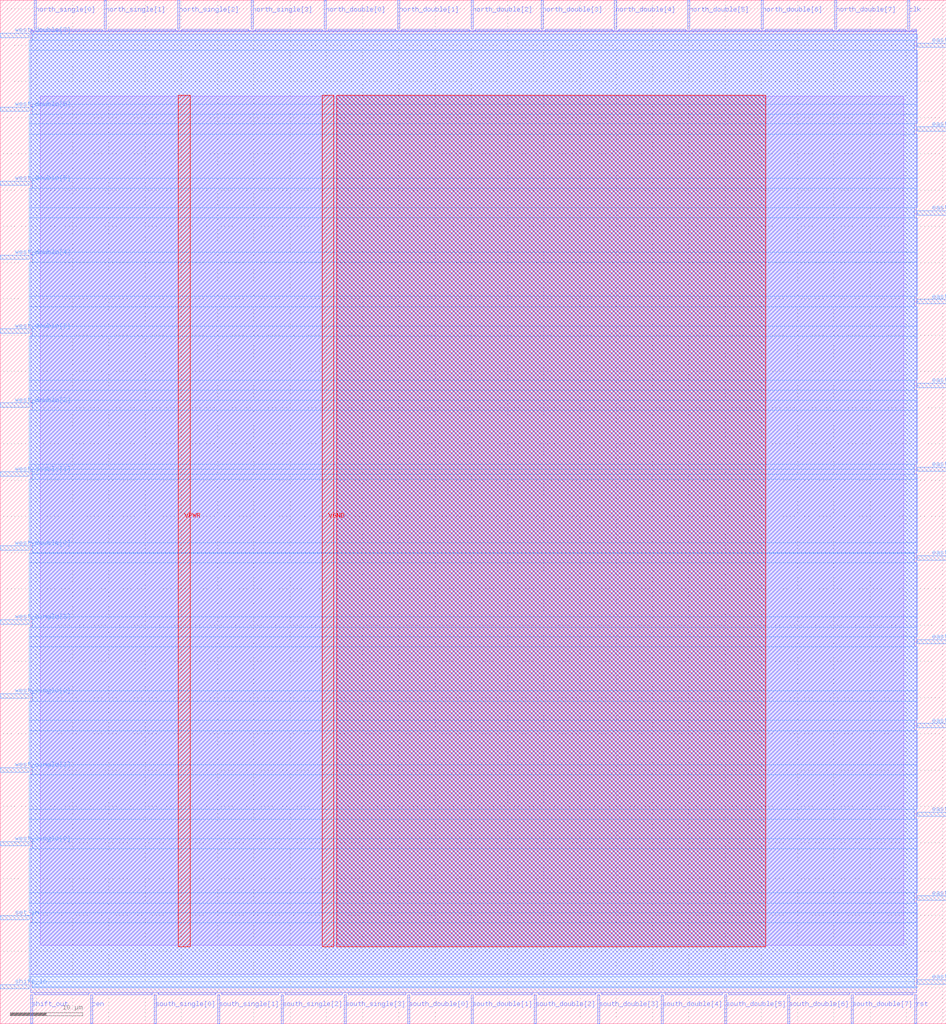
<source format=lef>
VERSION 5.7 ;
  NOWIREEXTENSIONATPIN ON ;
  DIVIDERCHAR "/" ;
  BUSBITCHARS "[]" ;
MACRO baked_clb_switch_box
  CLASS BLOCK ;
  FOREIGN baked_clb_switch_box ;
  ORIGIN 0.000 0.000 ;
  SIZE 130.495 BY 141.215 ;
  PIN cen
    DIRECTION INPUT ;
    PORT
      LAYER met2 ;
        RECT 12.510 0.000 12.790 4.000 ;
    END
  END cen
  PIN clk
    DIRECTION INPUT ;
    PORT
      LAYER met2 ;
        RECT 125.210 137.215 125.490 141.215 ;
    END
  END clk
  PIN east_double[0]
    DIRECTION INOUT ;
    PORT
      LAYER met3 ;
        RECT 126.495 52.400 130.495 53.000 ;
    END
  END east_double[0]
  PIN east_double[1]
    DIRECTION INOUT ;
    PORT
      LAYER met3 ;
        RECT 126.495 63.960 130.495 64.560 ;
    END
  END east_double[1]
  PIN east_double[2]
    DIRECTION INOUT ;
    PORT
      LAYER met3 ;
        RECT 126.495 76.200 130.495 76.800 ;
    END
  END east_double[2]
  PIN east_double[3]
    DIRECTION INOUT ;
    PORT
      LAYER met3 ;
        RECT 126.495 87.760 130.495 88.360 ;
    END
  END east_double[3]
  PIN east_double[4]
    DIRECTION INOUT ;
    PORT
      LAYER met3 ;
        RECT 126.495 99.320 130.495 99.920 ;
    END
  END east_double[4]
  PIN east_double[5]
    DIRECTION INOUT ;
    PORT
      LAYER met3 ;
        RECT 126.495 111.560 130.495 112.160 ;
    END
  END east_double[5]
  PIN east_double[6]
    DIRECTION INOUT ;
    PORT
      LAYER met3 ;
        RECT 126.495 123.120 130.495 123.720 ;
    END
  END east_double[6]
  PIN east_double[7]
    DIRECTION INOUT ;
    PORT
      LAYER met3 ;
        RECT 126.495 134.680 130.495 135.280 ;
    END
  END east_double[7]
  PIN east_single[0]
    DIRECTION INOUT ;
    PORT
      LAYER met3 ;
        RECT 126.495 5.480 130.495 6.080 ;
    END
  END east_single[0]
  PIN east_single[1]
    DIRECTION INOUT ;
    PORT
      LAYER met3 ;
        RECT 126.495 17.040 130.495 17.640 ;
    END
  END east_single[1]
  PIN east_single[2]
    DIRECTION INOUT ;
    PORT
      LAYER met3 ;
        RECT 126.495 28.600 130.495 29.200 ;
    END
  END east_single[2]
  PIN east_single[3]
    DIRECTION INOUT ;
    PORT
      LAYER met3 ;
        RECT 126.495 40.840 130.495 41.440 ;
    END
  END east_single[3]
  PIN north_double[0]
    DIRECTION INOUT ;
    PORT
      LAYER met2 ;
        RECT 44.710 137.215 44.990 141.215 ;
    END
  END north_double[0]
  PIN north_double[1]
    DIRECTION INOUT ;
    PORT
      LAYER met2 ;
        RECT 54.830 137.215 55.110 141.215 ;
    END
  END north_double[1]
  PIN north_double[2]
    DIRECTION INOUT ;
    PORT
      LAYER met2 ;
        RECT 64.950 137.215 65.230 141.215 ;
    END
  END north_double[2]
  PIN north_double[3]
    DIRECTION INOUT ;
    PORT
      LAYER met2 ;
        RECT 74.610 137.215 74.890 141.215 ;
    END
  END north_double[3]
  PIN north_double[4]
    DIRECTION INOUT ;
    PORT
      LAYER met2 ;
        RECT 84.730 137.215 85.010 141.215 ;
    END
  END north_double[4]
  PIN north_double[5]
    DIRECTION INOUT ;
    PORT
      LAYER met2 ;
        RECT 94.850 137.215 95.130 141.215 ;
    END
  END north_double[5]
  PIN north_double[6]
    DIRECTION INOUT ;
    PORT
      LAYER met2 ;
        RECT 104.970 137.215 105.250 141.215 ;
    END
  END north_double[6]
  PIN north_double[7]
    DIRECTION INOUT ;
    PORT
      LAYER met2 ;
        RECT 115.090 137.215 115.370 141.215 ;
    END
  END north_double[7]
  PIN north_single[0]
    DIRECTION INOUT ;
    PORT
      LAYER met2 ;
        RECT 4.690 137.215 4.970 141.215 ;
    END
  END north_single[0]
  PIN north_single[1]
    DIRECTION INOUT ;
    PORT
      LAYER met2 ;
        RECT 14.350 137.215 14.630 141.215 ;
    END
  END north_single[1]
  PIN north_single[2]
    DIRECTION INOUT ;
    PORT
      LAYER met2 ;
        RECT 24.470 137.215 24.750 141.215 ;
    END
  END north_single[2]
  PIN north_single[3]
    DIRECTION INOUT ;
    PORT
      LAYER met2 ;
        RECT 34.590 137.215 34.870 141.215 ;
    END
  END north_single[3]
  PIN rst
    DIRECTION INPUT ;
    PORT
      LAYER met2 ;
        RECT 126.130 0.000 126.410 4.000 ;
    END
  END rst
  PIN set_in
    DIRECTION INPUT ;
    PORT
      LAYER met3 ;
        RECT 0.000 14.320 4.000 14.920 ;
    END
  END set_in
  PIN shift_in
    DIRECTION INPUT ;
    PORT
      LAYER met3 ;
        RECT 0.000 4.800 4.000 5.400 ;
    END
  END shift_in
  PIN shift_out
    DIRECTION OUTPUT TRISTATE ;
    PORT
      LAYER met2 ;
        RECT 4.230 0.000 4.510 4.000 ;
    END
  END shift_out
  PIN south_double[0]
    DIRECTION INOUT ;
    PORT
      LAYER met2 ;
        RECT 56.210 0.000 56.490 4.000 ;
    END
  END south_double[0]
  PIN south_double[1]
    DIRECTION INOUT ;
    PORT
      LAYER met2 ;
        RECT 64.950 0.000 65.230 4.000 ;
    END
  END south_double[1]
  PIN south_double[2]
    DIRECTION INOUT ;
    PORT
      LAYER met2 ;
        RECT 73.690 0.000 73.970 4.000 ;
    END
  END south_double[2]
  PIN south_double[3]
    DIRECTION INOUT ;
    PORT
      LAYER met2 ;
        RECT 82.430 0.000 82.710 4.000 ;
    END
  END south_double[3]
  PIN south_double[4]
    DIRECTION INOUT ;
    PORT
      LAYER met2 ;
        RECT 91.170 0.000 91.450 4.000 ;
    END
  END south_double[4]
  PIN south_double[5]
    DIRECTION INOUT ;
    PORT
      LAYER met2 ;
        RECT 99.910 0.000 100.190 4.000 ;
    END
  END south_double[5]
  PIN south_double[6]
    DIRECTION INOUT ;
    PORT
      LAYER met2 ;
        RECT 108.650 0.000 108.930 4.000 ;
    END
  END south_double[6]
  PIN south_double[7]
    DIRECTION INOUT ;
    PORT
      LAYER met2 ;
        RECT 117.390 0.000 117.670 4.000 ;
    END
  END south_double[7]
  PIN south_single[0]
    DIRECTION INOUT ;
    PORT
      LAYER met2 ;
        RECT 21.250 0.000 21.530 4.000 ;
    END
  END south_single[0]
  PIN south_single[1]
    DIRECTION INOUT ;
    PORT
      LAYER met2 ;
        RECT 29.990 0.000 30.270 4.000 ;
    END
  END south_single[1]
  PIN south_single[2]
    DIRECTION INOUT ;
    PORT
      LAYER met2 ;
        RECT 38.730 0.000 39.010 4.000 ;
    END
  END south_single[2]
  PIN south_single[3]
    DIRECTION INOUT ;
    PORT
      LAYER met2 ;
        RECT 47.470 0.000 47.750 4.000 ;
    END
  END south_single[3]
  PIN west_double[0]
    DIRECTION INOUT ;
    PORT
      LAYER met3 ;
        RECT 0.000 65.320 4.000 65.920 ;
    END
  END west_double[0]
  PIN west_double[1]
    DIRECTION INOUT ;
    PORT
      LAYER met3 ;
        RECT 0.000 75.520 4.000 76.120 ;
    END
  END west_double[1]
  PIN west_double[2]
    DIRECTION INOUT ;
    PORT
      LAYER met3 ;
        RECT 0.000 85.040 4.000 85.640 ;
    END
  END west_double[2]
  PIN west_double[3]
    DIRECTION INOUT ;
    PORT
      LAYER met3 ;
        RECT 0.000 95.240 4.000 95.840 ;
    END
  END west_double[3]
  PIN west_double[4]
    DIRECTION INOUT ;
    PORT
      LAYER met3 ;
        RECT 0.000 105.440 4.000 106.040 ;
    END
  END west_double[4]
  PIN west_double[5]
    DIRECTION INOUT ;
    PORT
      LAYER met3 ;
        RECT 0.000 115.640 4.000 116.240 ;
    END
  END west_double[5]
  PIN west_double[6]
    DIRECTION INOUT ;
    PORT
      LAYER met3 ;
        RECT 0.000 125.840 4.000 126.440 ;
    END
  END west_double[6]
  PIN west_double[7]
    DIRECTION INOUT ;
    PORT
      LAYER met3 ;
        RECT 0.000 136.040 4.000 136.640 ;
    END
  END west_double[7]
  PIN west_single[0]
    DIRECTION INOUT ;
    PORT
      LAYER met3 ;
        RECT 0.000 24.520 4.000 25.120 ;
    END
  END west_single[0]
  PIN west_single[1]
    DIRECTION INOUT ;
    PORT
      LAYER met3 ;
        RECT 0.000 34.720 4.000 35.320 ;
    END
  END west_single[1]
  PIN west_single[2]
    DIRECTION INOUT ;
    PORT
      LAYER met3 ;
        RECT 0.000 44.920 4.000 45.520 ;
    END
  END west_single[2]
  PIN west_single[3]
    DIRECTION INOUT ;
    PORT
      LAYER met3 ;
        RECT 0.000 55.120 4.000 55.720 ;
    END
  END west_single[3]
  PIN VPWR
    DIRECTION INPUT ;
    USE POWER ;
    PORT
      LAYER met4 ;
        RECT 24.575 10.640 26.175 128.080 ;
    END
  END VPWR
  PIN VGND
    DIRECTION INPUT ;
    USE GROUND ;
    PORT
      LAYER met4 ;
        RECT 44.435 10.640 46.035 128.080 ;
    END
  END VGND
  OBS
      LAYER li1 ;
        RECT 5.520 10.795 124.660 127.925 ;
      LAYER met1 ;
        RECT 4.210 6.840 126.430 136.980 ;
      LAYER met2 ;
        RECT 4.240 136.935 4.410 137.215 ;
        RECT 5.250 136.935 14.070 137.215 ;
        RECT 14.910 136.935 24.190 137.215 ;
        RECT 25.030 136.935 34.310 137.215 ;
        RECT 35.150 136.935 44.430 137.215 ;
        RECT 45.270 136.935 54.550 137.215 ;
        RECT 55.390 136.935 64.670 137.215 ;
        RECT 65.510 136.935 74.330 137.215 ;
        RECT 75.170 136.935 84.450 137.215 ;
        RECT 85.290 136.935 94.570 137.215 ;
        RECT 95.410 136.935 104.690 137.215 ;
        RECT 105.530 136.935 114.810 137.215 ;
        RECT 115.650 136.935 124.930 137.215 ;
        RECT 125.770 136.935 126.400 137.215 ;
        RECT 4.240 4.280 126.400 136.935 ;
        RECT 4.790 4.000 12.230 4.280 ;
        RECT 13.070 4.000 20.970 4.280 ;
        RECT 21.810 4.000 29.710 4.280 ;
        RECT 30.550 4.000 38.450 4.280 ;
        RECT 39.290 4.000 47.190 4.280 ;
        RECT 48.030 4.000 55.930 4.280 ;
        RECT 56.770 4.000 64.670 4.280 ;
        RECT 65.510 4.000 73.410 4.280 ;
        RECT 74.250 4.000 82.150 4.280 ;
        RECT 82.990 4.000 90.890 4.280 ;
        RECT 91.730 4.000 99.630 4.280 ;
        RECT 100.470 4.000 108.370 4.280 ;
        RECT 109.210 4.000 117.110 4.280 ;
        RECT 117.950 4.000 125.850 4.280 ;
      LAYER met3 ;
        RECT 4.400 135.680 126.495 136.505 ;
        RECT 4.400 135.640 126.095 135.680 ;
        RECT 4.000 134.280 126.095 135.640 ;
        RECT 4.000 126.840 126.495 134.280 ;
        RECT 4.400 125.440 126.495 126.840 ;
        RECT 4.000 124.120 126.495 125.440 ;
        RECT 4.000 122.720 126.095 124.120 ;
        RECT 4.000 116.640 126.495 122.720 ;
        RECT 4.400 115.240 126.495 116.640 ;
        RECT 4.000 112.560 126.495 115.240 ;
        RECT 4.000 111.160 126.095 112.560 ;
        RECT 4.000 106.440 126.495 111.160 ;
        RECT 4.400 105.040 126.495 106.440 ;
        RECT 4.000 100.320 126.495 105.040 ;
        RECT 4.000 98.920 126.095 100.320 ;
        RECT 4.000 96.240 126.495 98.920 ;
        RECT 4.400 94.840 126.495 96.240 ;
        RECT 4.000 88.760 126.495 94.840 ;
        RECT 4.000 87.360 126.095 88.760 ;
        RECT 4.000 86.040 126.495 87.360 ;
        RECT 4.400 84.640 126.495 86.040 ;
        RECT 4.000 77.200 126.495 84.640 ;
        RECT 4.000 76.520 126.095 77.200 ;
        RECT 4.400 75.800 126.095 76.520 ;
        RECT 4.400 75.120 126.495 75.800 ;
        RECT 4.000 66.320 126.495 75.120 ;
        RECT 4.400 64.960 126.495 66.320 ;
        RECT 4.400 64.920 126.095 64.960 ;
        RECT 4.000 63.560 126.095 64.920 ;
        RECT 4.000 56.120 126.495 63.560 ;
        RECT 4.400 54.720 126.495 56.120 ;
        RECT 4.000 53.400 126.495 54.720 ;
        RECT 4.000 52.000 126.095 53.400 ;
        RECT 4.000 45.920 126.495 52.000 ;
        RECT 4.400 44.520 126.495 45.920 ;
        RECT 4.000 41.840 126.495 44.520 ;
        RECT 4.000 40.440 126.095 41.840 ;
        RECT 4.000 35.720 126.495 40.440 ;
        RECT 4.400 34.320 126.495 35.720 ;
        RECT 4.000 29.600 126.495 34.320 ;
        RECT 4.000 28.200 126.095 29.600 ;
        RECT 4.000 25.520 126.495 28.200 ;
        RECT 4.400 24.120 126.495 25.520 ;
        RECT 4.000 18.040 126.495 24.120 ;
        RECT 4.000 16.640 126.095 18.040 ;
        RECT 4.000 15.320 126.495 16.640 ;
        RECT 4.400 13.920 126.495 15.320 ;
        RECT 4.000 6.480 126.495 13.920 ;
        RECT 4.000 5.800 126.095 6.480 ;
        RECT 4.400 5.080 126.095 5.800 ;
        RECT 4.400 4.935 126.495 5.080 ;
      LAYER met4 ;
        RECT 46.435 10.640 105.600 128.080 ;
  END
END baked_clb_switch_box
END LIBRARY


</source>
